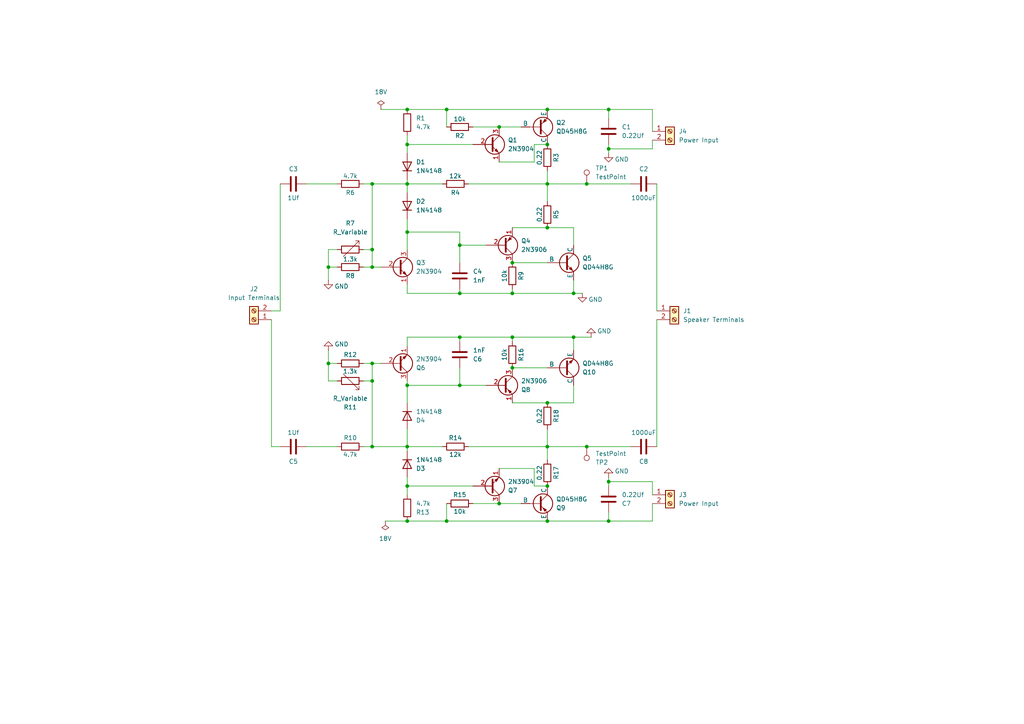
<source format=kicad_sch>
(kicad_sch (version 20231120) (generator "eeschema") (generator_version "8.0")
  (paper "A4")
  (lib_symbols
    (symbol "Connector:Screw_Terminal_01x02" (pin_names (offset 1.016) hide)
      (property "Reference" "J" (at 0 2.54 0))
      (property "Value" "Screw_Terminal_01x02" (at 0 -5.08 0))
      (symbol "Screw_Terminal_01x02_1_1"
        (rectangle (start -1.27 1.27) (end 1.27 -3.81) (stroke (width 0.254)) (fill (type background)))
        (circle (center 0 -2.54) (radius 0.635) (stroke (width 0.1524)))
        (polyline (pts (xy -0.5334 -2.2098) (xy 0.3302 -3.048)) (stroke (width 0.1524)))
        (polyline (pts (xy -0.5334 0.3302) (xy 0.3302 -0.508)) (stroke (width 0.1524)))
        (polyline (pts (xy -0.3556 -2.032) (xy 0.508 -2.8702)) (stroke (width 0.1524)))
        (polyline (pts (xy -0.3556 0.508) (xy 0.508 -0.3302)) (stroke (width 0.1524)))
        (circle (center 0 0) (radius 0.635) (stroke (width 0.1524)))
        (pin passive line (at -5.08 0 0) (length 3.81) (name "Pin_1") (number "1"))
        (pin passive line (at -5.08 -2.54 0) (length 3.81) (name "Pin_2") (number "2"))
      )
    )
    (symbol "Connector:TestPoint" (pin_numbers hide) (pin_names (offset 0.762) hide)
      (property "Reference" "TP" (at 0 6.858 0))
      (property "Value" "TestPoint" (at 0 5.08 0))
      (symbol "TestPoint_0_1"
        (circle (center 0 3.302) (radius 0.762))
      )
      (symbol "TestPoint_1_1"
        (pin passive line (at 0 0 90) (length 2.54) (name "1") (number "1"))
      )
    )
    (symbol "Device:C" (pin_numbers hide) (pin_names (offset 0.254))
      (property "Reference" "C" (at 0.635 2.54 0))
      (property "Value" "C" (at 0.635 -2.54 0))
      (symbol "C_0_1"
        (polyline (pts (xy -2.032 -0.762) (xy 2.032 -0.762)) (stroke (width 0.508)))
        (polyline (pts (xy -2.032 0.762) (xy 2.032 0.762)) (stroke (width 0.508)))
      )
      (symbol "C_1_1"
        (pin passive line (at 0 3.81 270) (length 2.794) (name "~") (number "1"))
        (pin passive line (at 0 -3.81 90) (length 2.794) (name "~") (number "2"))
      )
    )
    (symbol "Device:R" (pin_numbers hide) (pin_names (offset 0))
      (property "Reference" "R" (at 2.032 0 90))
      (property "Value" "R" (at 0 0 90))
      (symbol "R_0_1"
        (rectangle (start -1.016 -2.54) (end 1.016 2.54) (stroke (width 0.254)))
      )
      (symbol "R_1_1"
        (pin passive line (at 0 3.81 270) (length 1.27) (name "~") (number "1"))
        (pin passive line (at 0 -3.81 90) (length 1.27) (name "~") (number "2"))
      )
    )
    (symbol "Device:R_Variable" (pin_numbers hide) (pin_names (offset 0))
      (property "Reference" "R" (at 2.54 -2.54 90))
      (property "Value" "R_Variable" (at -2.54 -1.27 90))
      (symbol "R_Variable_0_1"
        (rectangle (start -1.016 -2.54) (end 1.016 2.54) (stroke (width 0.254)))
        (polyline (pts (xy 2.54 1.524) (xy 2.54 2.54) (xy 1.524 2.54) (xy 2.54 2.54) (xy -2.032 -2.032)))
      )
      (symbol "R_Variable_1_1"
        (pin passive line (at 0 3.81 270) (length 1.27) (name "~") (number "1"))
        (pin passive line (at 0 -3.81 90) (length 1.27) (name "~") (number "2"))
      )
    )
    (symbol "Diode:1N4148" (pin_numbers hide) (pin_names hide)
      (property "Reference" "D" (at 0 2.54 0))
      (property "Value" "1N4148" (at 0 -2.54 0))
      (symbol "1N4148_0_1"
        (polyline (pts (xy -1.27 1.27) (xy -1.27 -1.27)) (stroke (width 0.254)))
        (polyline (pts (xy 1.27 0) (xy -1.27 0)))
        (polyline (pts (xy 1.27 1.27) (xy 1.27 -1.27) (xy -1.27 0) (xy 1.27 1.27)) (stroke (width 0.254)))
      )
      (symbol "1N4148_1_1"
        (pin passive line (at -3.81 0 0) (length 2.54) (name "K") (number "1"))
        (pin passive line (at 3.81 0 180) (length 2.54) (name "A") (number "2"))
      )
    )
    (symbol "Simulation_SPICE:NPN" (pin_numbers hide) (pin_names (offset 0))
      (property "Reference" "Q" (at -2.54 7.62 0))
      (property "Value" "NPN" (at -2.54 5.08 0))
      (symbol "NPN_0_1"
        (polyline (pts (xy -2.54 0) (xy 0.635 0)) (stroke (width 0.1524)))
        (polyline (pts (xy 0.635 0.635) (xy 2.54 2.54)))
        (polyline (pts (xy 2.794 -1.27) (xy 2.794 -1.27)) (stroke (width 0.1524)))
        (polyline (pts (xy 2.794 -1.27) (xy 2.794 -1.27)) (stroke (width 0.1524)))
        (polyline (pts (xy 0.635 -0.635) (xy 2.54 -2.54) (xy 2.54 -2.54)))
        (polyline (pts (xy 0.635 1.905) (xy 0.635 -1.905) (xy 0.635 -1.905)) (stroke (width 0.508)))
        (polyline (pts (xy 1.27 -1.778) (xy 1.778 -1.27) (xy 2.286 -2.286) (xy 1.27 -1.778) (xy 1.27 -1.778)) (fill (type outline)))
        (circle (center 1.27 0) (radius 2.8194) (stroke (width 0.254)))
      )
      (symbol "NPN_1_1"
        (pin open_collector line (at 2.54 5.08 270) (length 2.54) (name "C") (number "1"))
        (pin input line (at -5.08 0 0) (length 2.54) (name "B") (number "2"))
        (pin open_emitter line (at 2.54 -5.08 90) (length 2.54) (name "E") (number "3"))
      )
    )
    (symbol "Simulation_SPICE:PNP" (pin_numbers hide) (pin_names (offset 0))
      (property "Reference" "Q" (at -2.54 7.62 0))
      (property "Value" "PNP" (at -2.54 5.08 0))
      (symbol "PNP_0_1"
        (polyline (pts (xy -2.54 0) (xy 0.635 0)) (stroke (width 0.1524)))
        (polyline (pts (xy 0.635 0.635) (xy 2.54 2.54)))
        (polyline (pts (xy 0.635 -0.635) (xy 2.54 -2.54) (xy 2.54 -2.54)))
        (polyline (pts (xy 0.635 1.905) (xy 0.635 -1.905) (xy 0.635 -1.905)) (stroke (width 0.508)))
        (polyline (pts (xy 2.286 -1.778) (xy 1.778 -2.286) (xy 1.27 -1.27) (xy 2.286 -1.778) (xy 2.286 -1.778)) (fill (type outline)))
        (circle (center 1.27 0) (radius 2.8194) (stroke (width 0.254)))
      )
      (symbol "PNP_1_1"
        (pin open_collector line (at 2.54 5.08 270) (length 2.54) (name "C") (number "1"))
        (pin input line (at -5.08 0 0) (length 2.54) (name "B") (number "2"))
        (pin open_emitter line (at 2.54 -5.08 90) (length 2.54) (name "E") (number "3"))
      )
    )
    (symbol "Transistor_BJT:2N3904" (pin_names (offset 0) hide)
      (property "Reference" "Q" (at 5.08 1.905 0))
      (property "Value" "2N3904" (at 5.08 0 0))
      (symbol "2N3904_0_1"
        (polyline (pts (xy 0.635 0.635) (xy 2.54 2.54)))
        (polyline (pts (xy 0.635 -0.635) (xy 2.54 -2.54) (xy 2.54 -2.54)))
        (polyline (pts (xy 0.635 1.905) (xy 0.635 -1.905) (xy 0.635 -1.905)) (stroke (width 0.508)))
        (polyline (pts (xy 1.27 -1.778) (xy 1.778 -1.27) (xy 2.286 -2.286) (xy 1.27 -1.778) (xy 1.27 -1.778)) (fill (type outline)))
        (circle (center 1.27 0) (radius 2.8194) (stroke (width 0.254)))
      )
      (symbol "2N3904_1_1"
        (pin passive line (at 2.54 -5.08 90) (length 2.54) (name "E") (number "1"))
        (pin passive line (at -5.08 0 0) (length 5.715) (name "B") (number "2"))
        (pin passive line (at 2.54 5.08 270) (length 2.54) (name "C") (number "3"))
      )
    )
    (symbol "Transistor_BJT:2N3906" (pin_names (offset 0) hide)
      (property "Reference" "Q" (at 5.08 1.905 0))
      (property "Value" "2N3906" (at 5.08 0 0))
      (symbol "2N3906_0_1"
        (polyline (pts (xy 0.635 0.635) (xy 2.54 2.54)))
        (polyline (pts (xy 0.635 -0.635) (xy 2.54 -2.54) (xy 2.54 -2.54)))
        (polyline (pts (xy 0.635 1.905) (xy 0.635 -1.905) (xy 0.635 -1.905)) (stroke (width 0.508)))
        (polyline (pts (xy 2.286 -1.778) (xy 1.778 -2.286) (xy 1.27 -1.27) (xy 2.286 -1.778) (xy 2.286 -1.778)) (fill (type outline)))
        (circle (center 1.27 0) (radius 2.8194) (stroke (width 0.254)))
      )
      (symbol "2N3906_1_1"
        (pin passive line (at 2.54 -5.08 90) (length 2.54) (name "E") (number "1"))
        (pin input line (at -5.08 0 0) (length 5.715) (name "B") (number "2"))
        (pin passive line (at 2.54 5.08 270) (length 2.54) (name "C") (number "3"))
      )
    )
    (symbol "power:GND" (power) (pin_numbers hide) (pin_names (offset 0) hide)
      (property "Value" "GND" (at 0 -3.81 0))
      (symbol "GND_0_1"
        (polyline (pts (xy 0 0) (xy 0 -1.27) (xy 1.27 -1.27) (xy 0 -2.54) (xy -1.27 -1.27) (xy 0 -1.27)))
      )
      (symbol "GND_1_1"
        (pin power_in line (at 0 0 270) (length 0) (name "~") (number "1"))
      )
    )
    (symbol "power:PWR_FLAG" (power) (pin_numbers hide) (pin_names (offset 0) hide)
      (property "Value" "PWR_FLAG" (at 0 3.81 0))
      (symbol "PWR_FLAG_0_0"
        (pin power_out line (at 0 0 90) (length 0) (name "~") (number "1"))
      )
      (symbol "PWR_FLAG_0_1"
        (polyline (pts (xy 0 0) (xy 0 1.27) (xy -1.016 1.905) (xy 0 2.54) (xy 1.016 1.905) (xy 0 1.27)))
      )
    )
  )
  (junction (at 176.53 31.75))
  (junction (at 107.95 129.54))
  (junction (at 158.75 41.91))
  (junction (at 118.11 31.75))
  (junction (at 107.95 110.49))
  (junction (at 133.35 85.09))
  (junction (at 170.18 129.54))
  (junction (at 118.11 67.31))
  (junction (at 176.53 139.7))
  (junction (at 107.95 105.41))
  (junction (at 107.95 77.47))
  (junction (at 144.78 146.05))
  (junction (at 133.35 71.12))
  (junction (at 118.11 53.34))
  (junction (at 95.25 105.41))
  (junction (at 148.59 97.79))
  (junction (at 144.78 36.83))
  (junction (at 118.11 140.97))
  (junction (at 148.59 106.68))
  (junction (at 176.53 43.18))
  (junction (at 118.11 151.13))
  (junction (at 158.75 31.75))
  (junction (at 158.75 116.84))
  (junction (at 118.11 129.54))
  (junction (at 158.75 151.13))
  (junction (at 148.59 85.09))
  (junction (at 118.11 41.91))
  (junction (at 129.54 31.75))
  (junction (at 158.75 129.54))
  (junction (at 95.25 77.47))
  (junction (at 133.35 111.76))
  (junction (at 148.59 76.2))
  (junction (at 170.18 53.34))
  (junction (at 107.95 72.39))
  (junction (at 158.75 140.97))
  (junction (at 166.37 97.79))
  (junction (at 158.75 53.34))
  (junction (at 129.54 151.13))
  (junction (at 176.53 151.13))
  (junction (at 118.11 111.76))
  (junction (at 133.35 97.79))
  (junction (at 166.37 85.09))
  (junction (at 107.95 53.34))
  (junction (at 158.75 66.04))
  (wire (pts (xy 190.5 92.71) (xy 190.5 129.54)))
  (wire (pts (xy 95.25 105.41) (xy 95.25 101.6)))
  (wire (pts (xy 107.95 105.41) (xy 107.95 110.49)))
  (wire (pts (xy 107.95 129.54) (xy 107.95 110.49)))
  (wire (pts (xy 97.79 105.41) (xy 95.25 105.41)))
  (wire (pts (xy 118.11 31.75) (xy 129.54 31.75)))
  (wire (pts (xy 137.16 36.83) (xy 144.78 36.83)))
  (wire (pts (xy 158.75 41.91) (xy 154.94 41.91)))
  (wire (pts (xy 78.74 92.71) (xy 78.74 129.54)))
  (wire (pts (xy 135.89 129.54) (xy 158.75 129.54)))
  (wire (pts (xy 133.35 83.82) (xy 133.35 85.09)))
  (wire (pts (xy 189.23 146.05) (xy 189.23 151.13)))
  (wire (pts (xy 158.75 66.04) (xy 166.37 66.04)))
  (wire (pts (xy 133.35 71.12) (xy 133.35 76.2)))
  (wire (pts (xy 107.95 77.47) (xy 107.95 72.39)))
  (wire (pts (xy 105.41 77.47) (xy 107.95 77.47)))
  (wire (pts (xy 105.41 129.54) (xy 107.95 129.54)))
  (wire (pts (xy 158.75 129.54) (xy 158.75 124.46)))
  (wire (pts (xy 176.53 151.13) (xy 189.23 151.13)))
  (wire (pts (xy 137.16 146.05) (xy 144.78 146.05)))
  (wire (pts (xy 105.41 110.49) (xy 107.95 110.49)))
  (wire (pts (xy 118.11 143.51) (xy 118.11 140.97)))
  (wire (pts (xy 118.11 140.97) (xy 118.11 138.43)))
  (wire (pts (xy 97.79 110.49) (xy 95.25 110.49)))
  (wire (pts (xy 166.37 66.04) (xy 166.37 71.12)))
  (wire (pts (xy 118.11 116.84) (xy 118.11 111.76)))
  (wire (pts (xy 118.11 53.34) (xy 118.11 55.88)))
  (wire (pts (xy 158.75 129.54) (xy 170.18 129.54)))
  (wire (pts (xy 133.35 111.76) (xy 140.97 111.76)))
  (wire (pts (xy 78.74 90.17) (xy 81.28 90.17)))
  (wire (pts (xy 95.25 110.49) (xy 95.25 105.41)))
  (wire (pts (xy 118.11 53.34) (xy 118.11 52.07)))
  (wire (pts (xy 154.94 41.91) (xy 154.94 46.99)))
  (wire (pts (xy 144.78 135.89) (xy 154.94 135.89)))
  (wire (pts (xy 176.53 138.43) (xy 176.53 139.7)))
  (wire (pts (xy 118.11 111.76) (xy 133.35 111.76)))
  (wire (pts (xy 190.5 53.34) (xy 190.5 90.17)))
  (wire (pts (xy 95.25 72.39) (xy 95.25 77.47)))
  (wire (pts (xy 118.11 151.13) (xy 129.54 151.13)))
  (wire (pts (xy 118.11 111.76) (xy 118.11 110.49)))
  (wire (pts (xy 129.54 31.75) (xy 129.54 36.83)))
  (wire (pts (xy 133.35 97.79) (xy 148.59 97.79)))
  (wire (pts (xy 158.75 140.97) (xy 154.94 140.97)))
  (wire (pts (xy 107.95 77.47) (xy 110.49 77.47)))
  (wire (pts (xy 97.79 72.39) (xy 95.25 72.39)))
  (wire (pts (xy 128.27 53.34) (xy 118.11 53.34)))
  (wire (pts (xy 133.35 85.09) (xy 148.59 85.09)))
  (wire (pts (xy 129.54 151.13) (xy 158.75 151.13)))
  (wire (pts (xy 118.11 67.31) (xy 118.11 72.39)))
  (wire (pts (xy 105.41 105.41) (xy 107.95 105.41)))
  (wire (pts (xy 128.27 129.54) (xy 118.11 129.54)))
  (wire (pts (xy 176.53 44.45) (xy 176.53 43.18)))
  (wire (pts (xy 176.53 43.18) (xy 189.23 43.18)))
  (wire (pts (xy 189.23 143.51) (xy 189.23 139.7)))
  (wire (pts (xy 97.79 77.47) (xy 95.25 77.47)))
  (wire (pts (xy 118.11 39.37) (xy 118.11 41.91)))
  (wire (pts (xy 176.53 139.7) (xy 176.53 140.97)))
  (wire (pts (xy 148.59 97.79) (xy 166.37 97.79)))
  (wire (pts (xy 105.41 72.39) (xy 107.95 72.39)))
  (wire (pts (xy 107.95 105.41) (xy 110.49 105.41)))
  (wire (pts (xy 158.75 53.34) (xy 170.18 53.34)))
  (wire (pts (xy 144.78 36.83) (xy 151.13 36.83)))
  (wire (pts (xy 144.78 146.05) (xy 151.13 146.05)))
  (wire (pts (xy 118.11 41.91) (xy 118.11 44.45)))
  (wire (pts (xy 148.59 66.04) (xy 158.75 66.04)))
  (wire (pts (xy 88.9 129.54) (xy 97.79 129.54)))
  (wire (pts (xy 105.41 53.34) (xy 107.95 53.34)))
  (wire (pts (xy 118.11 100.33) (xy 118.11 97.79)))
  (wire (pts (xy 166.37 101.6) (xy 166.37 97.79)))
  (wire (pts (xy 88.9 53.34) (xy 97.79 53.34)))
  (wire (pts (xy 110.49 31.75) (xy 118.11 31.75)))
  (wire (pts (xy 148.59 83.82) (xy 148.59 85.09)))
  (wire (pts (xy 95.25 77.47) (xy 95.25 81.28)))
  (wire (pts (xy 111.76 151.13) (xy 118.11 151.13)))
  (wire (pts (xy 158.75 151.13) (xy 176.53 151.13)))
  (wire (pts (xy 118.11 129.54) (xy 118.11 130.81)))
  (wire (pts (xy 118.11 129.54) (xy 118.11 124.46)))
  (wire (pts (xy 166.37 81.28) (xy 166.37 85.09)))
  (wire (pts (xy 158.75 31.75) (xy 176.53 31.75)))
  (wire (pts (xy 166.37 116.84) (xy 166.37 111.76)))
  (wire (pts (xy 176.53 151.13) (xy 176.53 148.59)))
  (wire (pts (xy 133.35 111.76) (xy 133.35 106.68)))
  (wire (pts (xy 81.28 53.34) (xy 81.28 90.17)))
  (wire (pts (xy 176.53 43.18) (xy 176.53 41.91)))
  (wire (pts (xy 176.53 139.7) (xy 189.23 139.7)))
  (wire (pts (xy 158.75 116.84) (xy 166.37 116.84)))
  (wire (pts (xy 148.59 76.2) (xy 158.75 76.2)))
  (wire (pts (xy 176.53 31.75) (xy 176.53 34.29)))
  (wire (pts (xy 107.95 129.54) (xy 118.11 129.54)))
  (wire (pts (xy 189.23 40.64) (xy 189.23 43.18)))
  (wire (pts (xy 118.11 41.91) (xy 137.16 41.91)))
  (wire (pts (xy 189.23 38.1) (xy 189.23 31.75)))
  (wire (pts (xy 107.95 53.34) (xy 107.95 72.39)))
  (wire (pts (xy 166.37 85.09) (xy 168.91 85.09)))
  (wire (pts (xy 166.37 97.79) (xy 171.45 97.79)))
  (wire (pts (xy 118.11 67.31) (xy 133.35 67.31)))
  (wire (pts (xy 158.75 53.34) (xy 158.75 58.42)))
  (wire (pts (xy 176.53 31.75) (xy 189.23 31.75)))
  (wire (pts (xy 118.11 63.5) (xy 118.11 67.31)))
  (wire (pts (xy 118.11 140.97) (xy 137.16 140.97)))
  (wire (pts (xy 133.35 67.31) (xy 133.35 71.12)))
  (wire (pts (xy 118.11 82.55) (xy 118.11 85.09)))
  (wire (pts (xy 133.35 99.06) (xy 133.35 97.79)))
  (wire (pts (xy 129.54 31.75) (xy 158.75 31.75)))
  (wire (pts (xy 118.11 85.09) (xy 133.35 85.09)))
  (wire (pts (xy 118.11 97.79) (xy 133.35 97.79)))
  (wire (pts (xy 148.59 85.09) (xy 166.37 85.09)))
  (wire (pts (xy 148.59 116.84) (xy 158.75 116.84)))
  (wire (pts (xy 144.78 46.99) (xy 154.94 46.99)))
  (wire (pts (xy 158.75 53.34) (xy 158.75 49.53)))
  (wire (pts (xy 170.18 53.34) (xy 182.88 53.34)))
  (wire (pts (xy 148.59 99.06) (xy 148.59 97.79)))
  (wire (pts (xy 135.89 53.34) (xy 158.75 53.34)))
  (wire (pts (xy 129.54 151.13) (xy 129.54 146.05)))
  (wire (pts (xy 78.74 129.54) (xy 81.28 129.54)))
  (wire (pts (xy 107.95 53.34) (xy 118.11 53.34)))
  (wire (pts (xy 170.18 129.54) (xy 182.88 129.54)))
  (wire (pts (xy 158.75 129.54) (xy 158.75 133.35)))
  (wire (pts (xy 133.35 71.12) (xy 140.97 71.12)))
  (wire (pts (xy 154.94 140.97) (xy 154.94 135.89)))
  (wire (pts (xy 148.59 106.68) (xy 158.75 106.68)))
  (symbol (lib_id "Device:C") (at 176.53 144.78 0) (mirror x) (unit 1)
    (property "Reference" "C7" (at 180.34 146.0501 0) (effects (justify left)))
    (property "Value" "0.22Uf" (at 180.34 143.5101 0) (effects (justify left)))
    (property "Description" "Unpolarized capacitor" (effects (hide yes)))
  )
  (symbol (lib_id "Simulation_SPICE:NPN") (at 163.83 76.2 0) (unit 1)
    (property "Reference" "Q5" (at 168.91 74.9299 0) (effects (justify left)))
    (property "Value" "QD44H8G" (at 168.91 77.4699 0) (effects (justify left)))
    (property "Datasheet" "https://ngspice.sourceforge.io/docs/ngspice-html-manual/manual.xhtml#cha_BJTs" (effects (hide yes)))
    (property "Description" "Bipolar transistor symbol for simulation only, substrate tied to the emitter" (effects (hide yes)))
    (property "Sim.Device" "NPN" (effects (hide yes)))
    (property "Sim.Type" "GUMMELPOON" (effects (hide yes)))
    (property "Sim.Pins" "1=C 2=B 3=E" (effects (hide yes)))
  )
  (symbol (lib_id "Device:R") (at 158.75 120.65 0) (mirror x) (unit 1)
    (property "Reference" "R18" (at 161.29 120.65 90))
    (property "Value" "0.22" (at 156.464 120.65 90))
    (property "Description" "Resistor" (effects (hide yes)))
  )
  (symbol (lib_id "Device:C") (at 186.69 53.34 90) (unit 1)
    (property "Reference" "C2" (at 186.69 49.022 90))
    (property "Value" "1000uF" (at 186.69 57.404 90))
    (property "Description" "Unpolarized capacitor" (effects (hide yes)))
  )
  (symbol (lib_id "Device:R") (at 132.08 129.54 270) (mirror x) (unit 1)
    (property "Reference" "R14" (at 132.08 127 90))
    (property "Value" "12k" (at 132.08 131.826 90))
    (property "Description" "Resistor" (effects (hide yes)))
  )
  (symbol (lib_id "power:GND") (at 176.53 138.43 0) (mirror x) (unit 1)
    (property "Reference" "#PWR06" (effects (hide yes)))
    (property "Value" "GND" (at 180.34 136.652 0))
    (property "Description" "Power symbol creates a global label with name \"GND\" , ground" (effects (hide yes)))
  )
  (symbol (lib_id "Device:R") (at 133.35 36.83 270) (unit 1)
    (property "Reference" "R2" (at 133.35 39.37 90))
    (property "Value" "10k" (at 133.35 34.544 90))
    (property "Description" "Resistor" (effects (hide yes)))
  )
  (symbol (lib_id "Device:R") (at 101.6 53.34 270) (unit 1)
    (property "Reference" "R6" (at 101.6 55.88 90))
    (property "Value" "4.7k" (at 101.6 51.054 90))
    (property "Description" "Resistor" (effects (hide yes)))
  )
  (symbol (lib_id "Device:C") (at 186.69 129.54 90) (mirror x) (unit 1)
    (property "Reference" "C8" (at 186.69 133.858 90))
    (property "Value" "1000uF" (at 186.69 125.476 90))
    (property "Description" "Unpolarized capacitor" (effects (hide yes)))
  )
  (symbol (lib_id "Device:R") (at 158.75 62.23 0) (unit 1)
    (property "Reference" "R5" (at 161.29 62.23 90))
    (property "Value" "0.22" (at 156.464 62.23 90))
    (property "Description" "Resistor" (effects (hide yes)))
  )
  (symbol (lib_id "Device:C") (at 85.09 53.34 90) (unit 1)
    (property "Reference" "C3" (at 85.09 49.022 90))
    (property "Value" "1Uf" (at 85.09 57.404 90))
    (property "Description" "Unpolarized capacitor" (effects (hide yes)))
  )
  (symbol (lib_id "Connector:TestPoint") (at 170.18 129.54 0) (mirror x) (unit 1)
    (property "Reference" "TP2" (at 172.72 134.1121 0) (effects (justify left)))
    (property "Value" "TestPoint" (at 172.72 131.5721 0) (effects (justify left)))
    (property "Description" "test point" (effects (hide yes)))
  )
  (symbol (lib_id "Connector:TestPoint") (at 170.18 53.34 0) (unit 1)
    (property "Reference" "TP1" (at 172.72 48.7679 0) (effects (justify left)))
    (property "Value" "TestPoint" (at 172.72 51.3079 0) (effects (justify left)))
    (property "Description" "test point" (effects (hide yes)))
  )
  (symbol (lib_id "Diode:1N4148") (at 118.11 120.65 90) (mirror x) (unit 1)
    (property "Reference" "D4" (at 120.65 121.9201 90) (effects (justify right)))
    (property "Value" "1N4148" (at 120.65 119.3801 90) (effects (justify right)))
    (property "Footprint" "Diode_THT:D_DO-35_SOD27_P7.62mm_Horizontal" (effects (hide yes)))
    (property "Datasheet" "https://assets.nexperia.com/documents/data-sheet/1N4148_1N4448.pdf" (effects (hide yes)))
    (property "Description" "100V 0.15A standard switching diode, DO-35" (effects (hide yes)))
    (property "Sim.Device" "D" (effects (hide yes)))
    (property "Sim.Pins" "1=K 2=A" (effects (hide yes)))
  )
  (symbol (lib_id "Device:R_Variable") (at 101.6 72.39 270) (mirror x) (unit 1)
    (property "Reference" "R7" (at 101.6 64.77 90))
    (property "Value" "R_Variable" (at 101.6 67.31 90))
    (property "Description" "Variable resistor" (effects (hide yes)))
  )
  (symbol (lib_id "Device:R") (at 118.11 147.32 0) (mirror x) (unit 1)
    (property "Reference" "R13" (at 120.65 148.5901 0) (effects (justify left)))
    (property "Value" "4.7k" (at 120.65 146.0501 0) (effects (justify left)))
    (property "Description" "Resistor" (effects (hide yes)))
  )
  (symbol (lib_id "power:PWR_FLAG") (at 111.76 151.13 180) (unit 1)
    (property "Reference" "#FLG03" (effects (hide yes)))
    (property "Value" "18V" (at 111.76 156.21 0))
    (property "Description" "Special symbol for telling ERC where power comes from" (effects (hide yes)))
  )
  (symbol (lib_id "Device:R") (at 101.6 129.54 270) (mirror x) (unit 1)
    (property "Reference" "R10" (at 101.6 127 90))
    (property "Value" "4.7k" (at 101.6 131.826 90))
    (property "Description" "Resistor" (effects (hide yes)))
  )
  (symbol (lib_id "Device:C") (at 176.53 38.1 0) (unit 1)
    (property "Reference" "C1" (at 180.34 36.8299 0) (effects (justify left)))
    (property "Value" "0.22Uf" (at 180.34 39.3699 0) (effects (justify left)))
    (property "Description" "Unpolarized capacitor" (effects (hide yes)))
  )
  (symbol (lib_id "Simulation_SPICE:NPN") (at 163.83 106.68 0) (mirror x) (unit 1)
    (property "Reference" "Q10" (at 168.91 107.9501 0) (effects (justify left)))
    (property "Value" "QD44H8G" (at 168.91 105.4101 0) (effects (justify left)))
    (property "Datasheet" "https://ngspice.sourceforge.io/docs/ngspice-html-manual/manual.xhtml#cha_BJTs" (effects (hide yes)))
    (property "Description" "Bipolar transistor symbol for simulation only, substrate tied to the emitter" (effects (hide yes)))
    (property "Sim.Device" "NPN" (effects (hide yes)))
    (property "Sim.Type" "GUMMELPOON" (effects (hide yes)))
    (property "Sim.Pins" "1=C 2=B 3=E" (effects (hide yes)))
  )
  (symbol (lib_id "Device:R") (at 148.59 102.87 0) (mirror x) (unit 1)
    (property "Reference" "R16" (at 151.13 102.87 90))
    (property "Value" "10k" (at 146.304 102.87 90))
    (property "Description" "Resistor" (effects (hide yes)))
  )
  (symbol (lib_id "Connector:Screw_Terminal_01x02") (at 73.66 92.71 180) (unit 1)
    (property "Reference" "J2" (at 73.66 83.82 0))
    (property "Value" "Input Terminals" (at 73.66 86.36 0))
    (property "Description" "Generic screw terminal, single row, 01x02, script generated (kicad-library-utils/schlib/autogen/connector/)" (effects (hide yes)))
  )
  (symbol (lib_id "Device:R") (at 132.08 53.34 270) (unit 1)
    (property "Reference" "R4" (at 132.08 55.88 90))
    (property "Value" "12k" (at 132.08 51.054 90))
    (property "Description" "Resistor" (effects (hide yes)))
  )
  (symbol (lib_id "Simulation_SPICE:PNP") (at 156.21 36.83 0) (mirror x) (unit 1)
    (property "Reference" "Q2" (at 161.29 35.5599 0) (effects (justify left)))
    (property "Value" "QD45H8G" (at 161.29 38.0999 0) (effects (justify left)))
    (property "Datasheet" "https://ngspice.sourceforge.io/docs/ngspice-html-manual/manual.xhtml#cha_BJTs" (effects (hide yes)))
    (property "Description" "Bipolar transistor symbol for simulation only, substrate tied to the emitter" (effects (hide yes)))
    (property "Sim.Device" "PNP" (effects (hide yes)))
    (property "Sim.Type" "GUMMELPOON" (effects (hide yes)))
    (property "Sim.Pins" "1=C 2=B 3=E" (effects (hide yes)))
  )
  (symbol (lib_id "power:GND") (at 171.45 97.79 0) (mirror x) (unit 1)
    (property "Reference" "#PWR05" (effects (hide yes)))
    (property "Value" "GND" (at 175.26 96.012 0))
    (property "Description" "Power symbol creates a global label with name \"GND\" , ground" (effects (hide yes)))
  )
  (symbol (lib_id "Device:R_Variable") (at 101.6 110.49 270) (unit 1)
    (property "Reference" "R11" (at 101.6 118.11 90))
    (property "Value" "R_Variable" (at 101.6 115.57 90))
    (property "Description" "Variable resistor" (effects (hide yes)))
  )
  (symbol (lib_id "Device:R") (at 158.75 137.16 0) (mirror x) (unit 1)
    (property "Reference" "R17" (at 161.29 137.16 90))
    (property "Value" "0.22" (at 156.464 137.16 90))
    (property "Description" "Resistor" (effects (hide yes)))
  )
  (symbol (lib_id "Device:C") (at 133.35 80.01 0) (unit 1)
    (property "Reference" "C4" (at 137.16 78.7399 0) (effects (justify left)))
    (property "Value" "1nF" (at 137.16 81.2799 0) (effects (justify left)))
    (property "Description" "Unpolarized capacitor" (effects (hide yes)))
  )
  (symbol (lib_id "Diode:1N4148") (at 118.11 134.62 90) (mirror x) (unit 1)
    (property "Reference" "D3" (at 120.65 135.8901 90) (effects (justify right)))
    (property "Value" "1N4148" (at 120.65 133.3501 90) (effects (justify right)))
    (property "Footprint" "Diode_THT:D_DO-35_SOD27_P7.62mm_Horizontal" (effects (hide yes)))
    (property "Datasheet" "https://assets.nexperia.com/documents/data-sheet/1N4148_1N4448.pdf" (effects (hide yes)))
    (property "Description" "100V 0.15A standard switching diode, DO-35" (effects (hide yes)))
    (property "Sim.Device" "D" (effects (hide yes)))
    (property "Sim.Pins" "1=K 2=A" (effects (hide yes)))
  )
  (symbol (lib_id "Transistor_BJT:2N3904") (at 115.57 77.47 0) (unit 1)
    (property "Reference" "Q3" (at 120.65 76.1999 0) (effects (justify left)))
    (property "Value" "2N3904" (at 120.65 78.7399 0) (effects (justify left)))
    (property "Footprint" "Package_TO_SOT_THT:TO-92_Inline" (effects (hide yes)))
    (property "Datasheet" "https://www.onsemi.com/pub/Collateral/2N3903-D.PDF" (effects (hide yes)))
    (property "Description" "0.2A Ic, 40V Vce, Small Signal NPN Transistor, TO-92" (effects (hide yes)))
  )
  (symbol (lib_id "Connector:Screw_Terminal_01x02") (at 194.31 143.51 0) (unit 1)
    (property "Reference" "J3" (at 196.85 143.5099 0) (effects (justify left)))
    (property "Value" "Power Input" (at 196.85 146.0499 0) (effects (justify left)))
    (property "Description" "Generic screw terminal, single row, 01x02, script generated (kicad-library-utils/schlib/autogen/connector/)" (effects (hide yes)))
  )
  (symbol (lib_id "power:PWR_FLAG") (at 110.49 31.75 0) (unit 1)
    (property "Reference" "#FLG01" (effects (hide yes)))
    (property "Value" "18V" (at 110.49 26.67 0))
    (property "Description" "Special symbol for telling ERC where power comes from" (effects (hide yes)))
  )
  (symbol (lib_id "Simulation_SPICE:PNP") (at 156.21 146.05 0) (unit 1)
    (property "Reference" "Q9" (at 161.29 147.3201 0) (effects (justify left)))
    (property "Value" "QD45H8G" (at 161.29 144.7801 0) (effects (justify left)))
    (property "Datasheet" "https://ngspice.sourceforge.io/docs/ngspice-html-manual/manual.xhtml#cha_BJTs" (effects (hide yes)))
    (property "Description" "Bipolar transistor symbol for simulation only, substrate tied to the emitter" (effects (hide yes)))
    (property "Sim.Device" "PNP" (effects (hide yes)))
    (property "Sim.Type" "GUMMELPOON" (effects (hide yes)))
    (property "Sim.Pins" "1=C 2=B 3=E" (effects (hide yes)))
  )
  (symbol (lib_id "Device:R") (at 101.6 105.41 270) (mirror x) (unit 1)
    (property "Reference" "R12" (at 101.6 102.87 90))
    (property "Value" "1.3k" (at 101.6 107.696 90))
    (property "Description" "Resistor" (effects (hide yes)))
  )
  (symbol (lib_id "power:GND") (at 176.53 44.45 0) (unit 1)
    (property "Reference" "#PWR01" (effects (hide yes)))
    (property "Value" "GND" (at 180.34 46.228 0))
    (property "Description" "Power symbol creates a global label with name \"GND\" , ground" (effects (hide yes)))
  )
  (symbol (lib_id "Transistor_BJT:2N3904") (at 142.24 41.91 0) (unit 1)
    (property "Reference" "Q1" (at 147.32 40.6399 0) (effects (justify left)))
    (property "Value" "2N3904" (at 147.32 43.1799 0) (effects (justify left)))
    (property "Footprint" "Package_TO_SOT_THT:TO-92_Inline" (effects (hide yes)))
    (property "Datasheet" "https://www.onsemi.com/pub/Collateral/2N3903-D.PDF" (effects (hide yes)))
    (property "Description" "0.2A Ic, 40V Vce, Small Signal NPN Transistor, TO-92" (effects (hide yes)))
  )
  (symbol (lib_id "Device:C") (at 133.35 102.87 0) (mirror x) (unit 1)
    (property "Reference" "C6" (at 137.16 104.1401 0) (effects (justify left)))
    (property "Value" "1nF" (at 137.16 101.6001 0) (effects (justify left)))
    (property "Description" "Unpolarized capacitor" (effects (hide yes)))
  )
  (symbol (lib_id "power:GND") (at 95.25 101.6 0) (mirror x) (unit 1)
    (property "Reference" "#PWR04" (effects (hide yes)))
    (property "Value" "GND" (at 99.06 99.822 0))
    (property "Description" "Power symbol creates a global label with name \"GND\" , ground" (effects (hide yes)))
  )
  (symbol (lib_id "Connector:Screw_Terminal_01x02") (at 194.31 38.1 0) (unit 1)
    (property "Reference" "J4" (at 196.85 38.0999 0) (effects (justify left)))
    (property "Value" "Power Input" (at 196.85 40.6399 0) (effects (justify left)))
    (property "Description" "Generic screw terminal, single row, 01x02, script generated (kicad-library-utils/schlib/autogen/connector/)" (effects (hide yes)))
  )
  (symbol (lib_id "Device:R") (at 101.6 77.47 270) (unit 1)
    (property "Reference" "R8" (at 101.6 80.01 90))
    (property "Value" "1.3k" (at 101.6 75.184 90))
    (property "Description" "Resistor" (effects (hide yes)))
  )
  (symbol (lib_id "Transistor_BJT:2N3906") (at 146.05 71.12 0) (mirror x) (unit 1)
    (property "Reference" "Q4" (at 151.13 69.8499 0) (effects (justify left)))
    (property "Value" "2N3906" (at 151.13 72.3899 0) (effects (justify left)))
    (property "Footprint" "Package_TO_SOT_THT:TO-92_Inline" (effects (hide yes)))
    (property "Datasheet" "https://www.onsemi.com/pub/Collateral/2N3906-D.PDF" (effects (hide yes)))
    (property "Description" "-0.2A Ic, -40V Vce, Small Signal PNP Transistor, TO-92" (effects (hide yes)))
  )
  (symbol (lib_id "Device:C") (at 85.09 129.54 90) (mirror x) (unit 1)
    (property "Reference" "C5" (at 85.09 133.858 90))
    (property "Value" "1Uf" (at 85.09 125.476 90))
    (property "Description" "Unpolarized capacitor" (effects (hide yes)))
  )
  (symbol (lib_id "Device:R") (at 148.59 80.01 0) (unit 1)
    (property "Reference" "R9" (at 151.13 80.01 90))
    (property "Value" "10k" (at 146.304 80.01 90))
    (property "Description" "Resistor" (effects (hide yes)))
  )
  (symbol (lib_id "Transistor_BJT:2N3906") (at 146.05 111.76 0) (unit 1)
    (property "Reference" "Q8" (at 151.13 113.0301 0) (effects (justify left)))
    (property "Value" "2N3906" (at 151.13 110.4901 0) (effects (justify left)))
    (property "Footprint" "Package_TO_SOT_THT:TO-92_Inline" (effects (hide yes)))
    (property "Datasheet" "https://www.onsemi.com/pub/Collateral/2N3906-D.PDF" (effects (hide yes)))
    (property "Description" "-0.2A Ic, -40V Vce, Small Signal PNP Transistor, TO-92" (effects (hide yes)))
  )
  (symbol (lib_id "power:GND") (at 168.91 85.09 0) (unit 1)
    (property "Reference" "#PWR03" (effects (hide yes)))
    (property "Value" "GND" (at 172.72 86.868 0))
    (property "Description" "Power symbol creates a global label with name \"GND\" , ground" (effects (hide yes)))
  )
  (symbol (lib_id "power:GND") (at 95.25 81.28 0) (unit 1)
    (property "Reference" "#PWR02" (effects (hide yes)))
    (property "Value" "GND" (at 99.06 83.058 0))
    (property "Description" "Power symbol creates a global label with name \"GND\" , ground" (effects (hide yes)))
  )
  (symbol (lib_id "Transistor_BJT:2N3904") (at 142.24 140.97 0) (mirror x) (unit 1)
    (property "Reference" "Q7" (at 147.32 142.2401 0) (effects (justify left)))
    (property "Value" "2N3904" (at 147.32 139.7001 0) (effects (justify left)))
    (property "Footprint" "Package_TO_SOT_THT:TO-92_Inline" (effects (hide yes)))
    (property "Datasheet" "https://www.onsemi.com/pub/Collateral/2N3903-D.PDF" (effects (hide yes)))
    (property "Description" "0.2A Ic, 40V Vce, Small Signal NPN Transistor, TO-92" (effects (hide yes)))
  )
  (symbol (lib_id "Connector:Screw_Terminal_01x02") (at 195.58 90.17 0) (unit 1)
    (property "Reference" "J1" (at 198.12 90.1699 0) (effects (justify left)))
    (property "Value" "Speaker Terminals" (at 198.12 92.7099 0) (effects (justify left)))
    (property "Description" "Generic screw terminal, single row, 01x02, script generated (kicad-library-utils/schlib/autogen/connector/)" (effects (hide yes)))
  )
  (symbol (lib_id "Device:R") (at 133.35 146.05 270) (mirror x) (unit 1)
    (property "Reference" "R15" (at 133.35 143.51 90))
    (property "Value" "10k" (at 133.35 148.336 90))
    (property "Description" "Resistor" (effects (hide yes)))
  )
  (symbol (lib_id "Diode:1N4148") (at 118.11 59.69 90) (unit 1)
    (property "Reference" "D2" (at 120.65 58.4199 90) (effects (justify right)))
    (property "Value" "1N4148" (at 120.65 60.9599 90) (effects (justify right)))
    (property "Footprint" "Diode_THT:D_DO-35_SOD27_P7.62mm_Horizontal" (effects (hide yes)))
    (property "Datasheet" "https://assets.nexperia.com/documents/data-sheet/1N4148_1N4448.pdf" (effects (hide yes)))
    (property "Description" "100V 0.15A standard switching diode, DO-35" (effects (hide yes)))
    (property "Sim.Device" "D" (effects (hide yes)))
    (property "Sim.Pins" "1=K 2=A" (effects (hide yes)))
  )
  (symbol (lib_id "Device:R") (at 158.75 45.72 0) (unit 1)
    (property "Reference" "R3" (at 161.29 45.72 90))
    (property "Value" "0.22" (at 156.464 45.72 90))
    (property "Description" "Resistor" (effects (hide yes)))
  )
  (symbol (lib_id "Diode:1N4148") (at 118.11 48.26 90) (unit 1)
    (property "Reference" "D1" (at 120.65 46.9899 90) (effects (justify right)))
    (property "Value" "1N4148" (at 120.65 49.5299 90) (effects (justify right)))
    (property "Footprint" "Diode_THT:D_DO-35_SOD27_P7.62mm_Horizontal" (effects (hide yes)))
    (property "Datasheet" "https://assets.nexperia.com/documents/data-sheet/1N4148_1N4448.pdf" (effects (hide yes)))
    (property "Description" "100V 0.15A standard switching diode, DO-35" (effects (hide yes)))
    (property "Sim.Device" "D" (effects (hide yes)))
    (property "Sim.Pins" "1=K 2=A" (effects (hide yes)))
  )
  (symbol (lib_id "Device:R") (at 118.11 35.56 0) (unit 1)
    (property "Reference" "R1" (at 120.65 34.2899 0) (effects (justify left)))
    (property "Value" "4.7k" (at 120.65 36.8299 0) (effects (justify left)))
    (property "Description" "Resistor" (effects (hide yes)))
  )
  (symbol (lib_id "Transistor_BJT:2N3904") (at 115.57 105.41 0) (mirror x) (unit 1)
    (property "Reference" "Q6" (at 120.65 106.6801 0) (effects (justify left)))
    (property "Value" "2N3904" (at 120.65 104.1401 0) (effects (justify left)))
    (property "Footprint" "Package_TO_SOT_THT:TO-92_Inline" (effects (hide yes)))
    (property "Datasheet" "https://www.onsemi.com/pub/Collateral/2N3903-D.PDF" (effects (hide yes)))
    (property "Description" "0.2A Ic, 40V Vce, Small Signal NPN Transistor, TO-92" (effects (hide yes)))
  )
)
</source>
